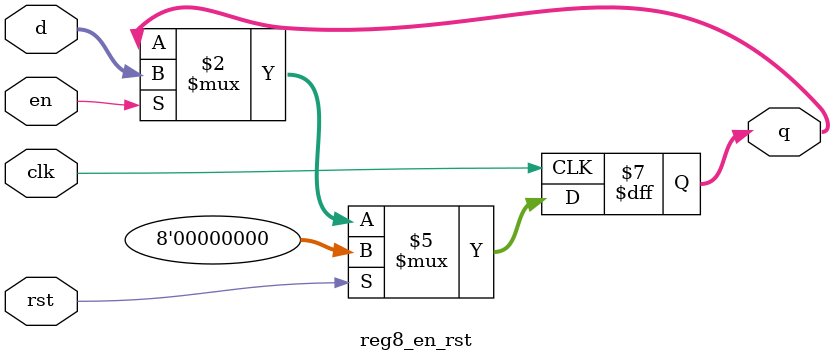
<source format=v>
module reg8_en_rst (
   input             clk,
   input       [7:0] d,
   input             en,
   input             rst, 
   output reg  [7:0] q);
   
   always @(posedge clk)
      if (rst)
         q <= 0;
      else if (en)
         q <= d;
   
endmodule

</source>
